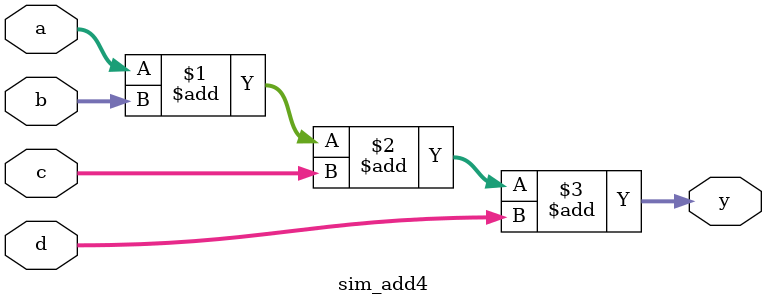
<source format=v>
module sim_add4(
	input  [7:0] a, b, c, d,
	output [7:0] y
);
	assign y = a + b + c + d;
endmodule

</source>
